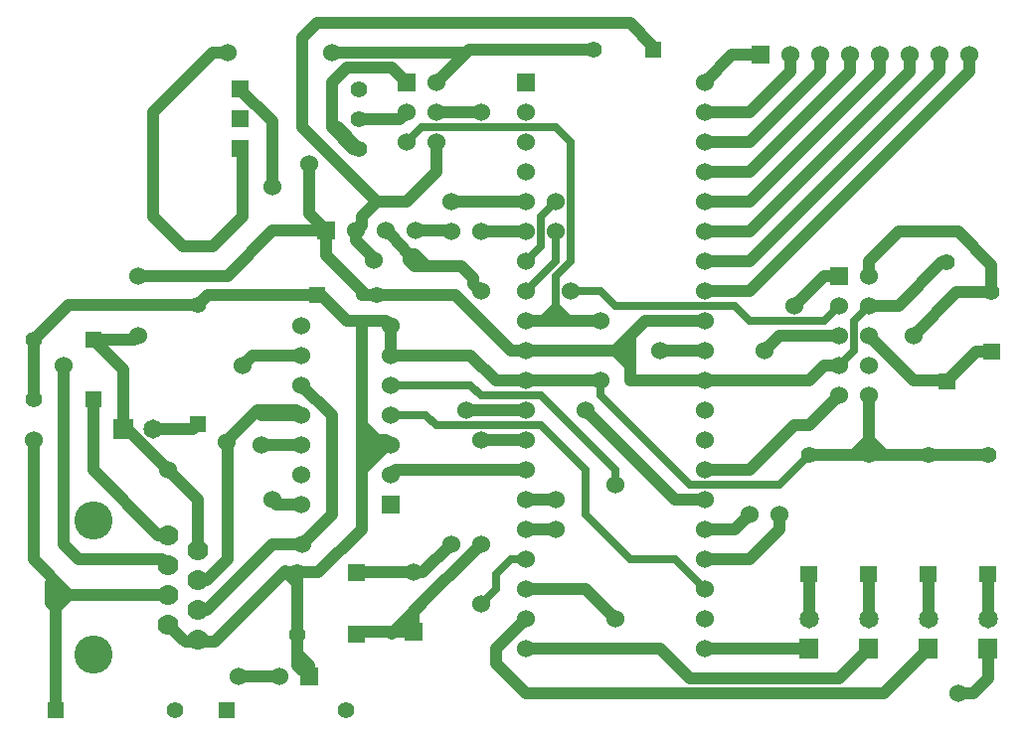
<source format=gbr>
G04 start of page 3 for group 1 idx 1 *
G04 Title: (unknown), solder *
G04 Creator: pcb 20110918 *
G04 CreationDate: Sat 31 Dec 2011 12:16:43 AM GMT UTC *
G04 For: andy *
G04 Format: Gerber/RS-274X *
G04 PCB-Dimensions: 346457 244094 *
G04 PCB-Coordinate-Origin: lower left *
%MOIN*%
%FSLAX25Y25*%
%LNBOTTOM*%
%ADD161C,0.0430*%
%ADD160C,0.0280*%
%ADD159C,0.0380*%
%ADD158C,0.0300*%
%ADD157C,0.0350*%
%ADD156C,0.0650*%
%ADD155C,0.1280*%
%ADD154C,0.0700*%
%ADD153C,0.0600*%
%ADD152C,0.0550*%
%ADD151C,0.0001*%
%ADD150C,0.0250*%
%ADD149C,0.0400*%
G54D149*X330000Y19094D02*X325000Y14094D01*
X320000D01*
X330000Y29094D02*Y19094D01*
X310000Y29094D02*X295000Y14094D01*
X175000D01*
X165000Y24094D01*
X250000Y59094D02*X260000Y69094D01*
X235000Y59094D02*X250000D01*
X235000Y29094D02*X270000D01*
Y54094D02*Y39094D01*
X230000Y19094D02*X280000D01*
X290000Y29094D01*
G54D150*X225000Y59094D02*X235000Y49094D01*
G54D149*Y69094D02*X245000D01*
G54D150*X195000Y74094D02*X210000Y59094D01*
X225000D01*
G54D149*X290000Y54094D02*Y39094D01*
X310000Y54094D02*Y39094D01*
X330000Y54094D02*Y39094D01*
G54D150*X165000Y54094D02*X170000Y59094D01*
X175000D01*
G54D149*X185000Y69094D02*X175000D01*
X245000D02*X250000Y74094D01*
X235000Y149094D02*X250000D01*
X260000Y69094D02*Y74094D01*
Y134094D02*X255000Y129094D01*
X235000Y89094D02*X250000D01*
G54D150*Y139094D02*X245000Y144094D01*
G54D149*X250000Y89094D02*X265000Y104094D01*
G54D150*X260000Y84094D02*X270000Y94094D01*
X230000Y84094D02*X260000D01*
G54D149*X235000Y139094D02*X215000D01*
X175000D02*X200000D01*
G54D150*X275000D02*X250000D01*
X245000Y144094D02*X205000D01*
X180000Y139094D02*X185000Y144094D01*
X190000Y139094D01*
G54D149*X225000Y79094D02*X235000D01*
G54D150*X180000Y114094D02*X205000Y89094D01*
Y84094D01*
X195000Y89094D02*Y74094D01*
G54D149*X319646Y148740D02*X305000Y134094D01*
X300000Y144094D02*X290000D01*
X331299Y148740D02*X319646D01*
X280000Y134094D02*X260000D01*
G54D150*X285000Y139094D02*X290000Y144094D01*
X280000D02*X275000Y139094D01*
G54D149*X331299Y128740D02*X326299D01*
X316299Y118740D01*
X305000Y119094D02*X315945D01*
X316299Y118740D01*
X270000Y94094D02*X330000D01*
X295000D02*X290000Y99094D01*
X285000Y94094D01*
X290000Y134094D02*X305000Y119094D01*
X280000Y124094D02*X275000D01*
X270000Y119094D01*
G54D150*X280000Y124094D02*X285000Y129094D01*
Y139094D01*
G54D149*X205000Y39094D02*X195000Y49094D01*
X175000Y29094D02*X220000D01*
X230000Y19094D01*
X175000Y49094D02*X195000D01*
X165000Y29094D02*X175000Y39094D01*
X165000Y24094D02*Y29094D01*
G54D150*Y49094D02*Y54094D01*
G54D149*X270000Y119094D02*X210000D01*
X165000D02*X200000D01*
X210000Y134094D02*Y119094D01*
X215000Y139094D02*X205000Y129094D01*
X210000Y124094D02*X205000Y129094D01*
G54D150*Y144094D02*X200000Y149094D01*
X190000D01*
X200000Y114094D02*Y119094D01*
G54D149*X170000Y129094D02*X210000D01*
X235000D02*X220000D01*
X185000Y79094D02*X175000D01*
G54D150*X230000Y84094D02*X200000Y114094D01*
X180000Y104094D02*X195000Y89094D01*
G54D149*Y109094D02*X225000Y79094D01*
X99842Y77519D02*X91575D01*
X100000Y64094D02*X110000Y74094D01*
X90000Y64094D02*X100000D01*
X105551Y54645D02*X94015D01*
X68149Y42243D02*X90000Y64094D01*
X68149Y52243D02*X75000Y59094D01*
X65118Y52243D02*X68149D01*
X110000Y74094D02*Y107361D01*
X99842Y97519D02*X86575D01*
Y107519D02*X85000Y109094D01*
X110000Y107361D02*X99842Y117519D01*
X85000Y109094D02*X98267D01*
X99842Y107519D01*
X86575D01*
X131417Y89094D02*X129842Y87519D01*
X128425Y97519D02*X120000Y89094D01*
X125000Y99094D02*X128267D01*
X129842Y97519D01*
X128425D01*
X120000Y99094D02*X125000Y94094D01*
X120000Y104094D02*X125000Y99094D01*
X120000Y104094D02*Y99094D01*
Y139094D02*Y69094D01*
X105551Y54645D01*
X118346D02*X140551D01*
X150000Y64094D01*
X137636Y34645D02*Y41730D01*
X160000Y64094D01*
X137636Y34645D02*X119094D01*
X118346Y33897D01*
X130000Y34094D02*X140000Y44094D01*
G54D150*X160000D02*X165000Y49094D01*
G54D149*X99842Y127519D02*X83425D01*
X80000Y124094D01*
X129842Y127519D02*Y137519D01*
X106339Y147755D02*X68424D01*
X65117Y144448D01*
X120079Y147637D02*X120197Y147755D01*
G54D150*X129842Y107519D02*X141575D01*
X156575Y117519D02*X160000Y114094D01*
X141575Y107519D02*X145000Y104094D01*
X129842Y117519D02*X156575D01*
G54D149*X160000Y149094D02*X157480Y151614D01*
Y153543D01*
X151339Y147755D02*X120197D01*
X65118Y42243D02*X68149D01*
X65118Y32243D02*X65865Y31496D01*
X70866D01*
X94015Y54645D01*
X98346D02*Y33050D01*
X94488Y55118D02*X98425Y51181D01*
X65118Y32243D02*X64371Y31496D01*
X61024D01*
X102362Y23622D02*X98425Y27559D01*
Y23622D02*X102362Y19685D01*
X78740D02*X92362D01*
X98346Y33897D02*Y24854D01*
X102362Y19685D02*Y23068D01*
X253780Y228346D02*X244252D01*
X235000Y219094D01*
X250000Y209094D02*X235000D01*
Y199094D02*X250000D01*
X235000Y189094D02*X250000D01*
X235000Y179094D02*X250000D01*
X263780Y228346D02*Y222874D01*
X250000Y209094D01*
Y199094D02*X273780Y222874D01*
X250000Y189094D02*X283780Y222874D01*
X273780D02*Y228346D01*
X283780Y222874D02*Y228346D01*
X293780D02*Y222874D01*
X303780Y228346D02*Y222874D01*
X313780Y228346D02*Y222874D01*
X323780Y228346D02*Y222874D01*
X250000Y179094D02*X293780Y222874D01*
X250000Y149094D02*X323780Y222874D01*
X250000Y159094D02*X313780Y222874D01*
X250000Y169094D02*X303780Y222874D01*
X275000Y154094D02*X265000Y144094D01*
X235000Y169094D02*X250000D01*
X235000Y159094D02*X250000D01*
X316299Y158740D02*X314646D01*
X300000Y144094D01*
X290000Y154094D02*Y159094D01*
X331299Y157795D02*X320000Y169094D01*
X331299Y148740D02*Y157795D01*
X290000Y159094D02*X300000Y169094D01*
X320000D01*
X280000Y154094D02*X275000D01*
X110000Y219094D02*Y204094D01*
X108110Y169291D02*Y160984D01*
X121339Y147755D02*X108110Y160984D01*
X106339Y147755D02*X115000Y139094D01*
X128267D01*
X129842Y137519D01*
X100000Y234094D02*X105000Y239094D01*
X100000Y204094D02*X125000Y179094D01*
X102440Y191654D02*Y174961D01*
X108110Y169291D01*
X90197D01*
X100000Y204094D02*Y234094D01*
X135669Y159606D02*Y161416D01*
X117205Y196889D02*X110000Y204094D01*
X119252Y196889D02*X117205D01*
X119252Y206889D02*X132795D01*
X112047Y204094D02*X119252Y196889D01*
X110000Y204094D02*X112047D01*
X135000Y219094D02*X130000Y224094D01*
X115000D01*
X110000Y219094D01*
X132795Y206889D02*X135000Y209094D01*
X145000D02*X160000D01*
X70000Y229094D02*X50000Y209094D01*
X75000Y229094D02*X70000D01*
X90000Y184094D02*Y206141D01*
X80000Y174094D02*Y196141D01*
G54D150*X79252Y196889D01*
G54D149*X90000Y206141D02*X79252Y216889D01*
X90197Y169291D02*X75000Y154094D01*
X60000Y164094D02*X70000D01*
X80000Y174094D01*
X50000D02*Y209094D01*
X60000Y164094D02*X50000Y174094D01*
X43661Y132755D02*X45000Y134094D01*
X40236Y122755D02*X30236Y132755D01*
X30000Y112519D02*X30236Y112755D01*
X40236Y102755D02*Y122755D01*
X30236Y132755D02*X43661D01*
X65117Y144448D02*X21929D01*
X75000Y154094D02*X45000D01*
X21929Y144448D02*X10236Y132755D01*
Y112755D01*
X50236Y102755D02*X63424D01*
X65117Y104448D01*
X40236Y102755D02*X41339D01*
X75000Y99094D02*X85000Y109094D01*
X60118Y32243D02*X55118Y37243D01*
X65000Y79094D02*Y62361D01*
X65118Y62243D01*
X55118Y67243D02*X51851D01*
X53267Y59094D02*X55118Y57243D01*
X41339Y102755D02*X65000Y79094D01*
X51851Y67243D02*X30000Y89094D01*
Y112519D01*
X75000Y59094D02*Y99094D01*
X20000Y124094D02*Y64094D01*
X17441Y8432D02*Y42833D01*
X10000Y59094D02*Y99094D01*
X25000Y59094D02*X53267D01*
X55118Y47243D02*X21851D01*
X20000Y64094D02*X25000Y59094D01*
X21851Y47243D02*X10000Y59094D01*
X17441Y42833D02*X21851Y47243D01*
X17441Y42833D02*X15748Y44526D01*
Y51181D01*
X19685Y47244D01*
X290000Y94094D02*Y114094D01*
X270000Y104094D02*X280000Y114094D01*
X265000Y104094D02*X270000D01*
X170000Y129094D02*X151339Y147755D01*
X165000Y119094D02*X156575Y127519D01*
X129842D01*
G54D150*X185000Y154094D02*Y139094D01*
G54D149*X175000Y109094D02*X155000D01*
X175000Y99094D02*X160000D01*
X175000Y89094D02*X131417D01*
G54D150*X145000Y104094D02*X180000D01*
X160000Y114094D02*X180000D01*
G54D149*X175000Y179094D02*X150000D01*
X135000D02*X145000Y189094D01*
X138110Y169291D02*X149803D01*
X150000Y169094D01*
X160000D02*X175000D01*
G54D150*Y159094D02*X180000Y164094D01*
X175000Y149094D02*X185000Y159094D01*
X190000Y199094D02*Y159094D01*
X185000Y154094D01*
Y159094D02*Y169094D01*
X180000Y164094D02*Y174094D01*
X185000Y179094D01*
G54D149*X145000Y219094D02*X156063Y230157D01*
X145000Y189094D02*Y199094D01*
X156063Y230157D02*X197874D01*
X217874D02*Y231220D01*
X210000Y239094D01*
X105000D01*
X155000Y229094D02*X110000D01*
G54D150*X135000Y199094D02*X140000Y204094D01*
X185000D01*
X190000Y199094D01*
G54D149*X125000Y179094D02*X135000D01*
X135669Y161416D02*X130078Y167952D01*
X120000Y171181D02*X118110Y169291D01*
X125000Y179094D02*X120000Y174094D01*
Y171181D01*
X118110Y169291D02*Y165984D01*
X125000Y159094D01*
X157480Y153543D02*X153543Y157480D01*
X137795D01*
X141732D02*X137796Y161416D01*
X135669D01*
X137795Y157480D02*X135669Y159606D01*
G54D151*G36*
X215124Y232907D02*Y227407D01*
X220624D01*
Y232907D01*
X215124D01*
G37*
G54D152*X197874Y230157D03*
G54D153*X145000Y219094D03*
G54D151*G36*
X172000Y222094D02*Y216094D01*
X178000D01*
Y222094D01*
X172000D01*
G37*
G54D153*X145000Y209094D03*
Y199094D03*
X175000Y209094D03*
Y199094D03*
Y189094D03*
Y179094D03*
Y169094D03*
G54D154*X55118Y67243D03*
X65118Y62243D03*
X55118Y57243D03*
X65118Y52243D03*
X55118Y47243D03*
X65118Y42243D03*
X55118Y37243D03*
X65118Y32243D03*
G54D151*G36*
X99362Y22685D02*Y16685D01*
X105362D01*
Y22685D01*
X99362D01*
G37*
G54D153*X92362Y19685D03*
G54D151*G36*
X72053Y11261D02*Y5761D01*
X77553D01*
Y11261D01*
X72053D01*
G37*
G54D152*X114803Y8511D03*
G54D155*X30118Y27243D03*
G54D151*G36*
X14691Y11182D02*Y5682D01*
X20191D01*
Y11182D01*
X14691D01*
G37*
G54D152*X57441Y8432D03*
G54D151*G36*
X76502Y199639D02*Y194139D01*
X82002D01*
Y199639D01*
X76502D01*
G37*
G54D152*X119252Y196889D03*
G54D151*G36*
X76502Y209639D02*Y204139D01*
X82002D01*
Y209639D01*
X76502D01*
G37*
G54D152*X119252Y206889D03*
G54D151*G36*
X76502Y219639D02*Y214139D01*
X82002D01*
Y219639D01*
X76502D01*
G37*
G54D152*X119252Y216889D03*
G54D151*G36*
X132000Y222094D02*Y216094D01*
X138000D01*
Y222094D01*
X132000D01*
G37*
G54D153*X135000Y209094D03*
Y199094D03*
G54D151*G36*
X105267Y172291D02*Y166291D01*
X111267D01*
Y172291D01*
X105267D01*
G37*
G54D153*X118267Y169291D03*
X128267D03*
X138267D03*
G54D155*X30118Y72243D03*
G54D151*G36*
X27486Y135505D02*Y130005D01*
X32986D01*
Y135505D01*
X27486D01*
G37*
G54D152*X10236Y132755D03*
G54D151*G36*
X27486Y115505D02*Y110005D01*
X32986D01*
Y115505D01*
X27486D01*
G37*
G54D152*X10236Y112755D03*
G54D151*G36*
X36986Y106005D02*Y99505D01*
X43486D01*
Y106005D01*
X36986D01*
G37*
G54D156*X50236Y102755D03*
G54D151*G36*
X62367Y107198D02*Y101698D01*
X67867D01*
Y107198D01*
X62367D01*
G37*
G54D152*X65117Y144448D03*
G54D151*G36*
X266750Y32344D02*Y25844D01*
X273250D01*
Y32344D01*
X266750D01*
G37*
G54D156*X270000Y39094D03*
G54D151*G36*
X267250Y56844D02*Y51344D01*
X272750D01*
Y56844D01*
X267250D01*
G37*
G36*
X286750Y32344D02*Y25844D01*
X293250D01*
Y32344D01*
X286750D01*
G37*
G36*
X326750D02*Y25844D01*
X333250D01*
Y32344D01*
X326750D01*
G37*
G36*
X306750D02*Y25844D01*
X313250D01*
Y32344D01*
X306750D01*
G37*
G54D156*X290000Y39094D03*
G54D151*G36*
X287250Y56844D02*Y51344D01*
X292750D01*
Y56844D01*
X287250D01*
G37*
G36*
X327250D02*Y51344D01*
X332750D01*
Y56844D01*
X327250D01*
G37*
G36*
X307250D02*Y51344D01*
X312750D01*
Y56844D01*
X307250D01*
G37*
G54D156*X330000Y39094D03*
X310000D03*
G54D152*X330000Y94094D03*
X310000D03*
X290000D03*
X270000D03*
G54D151*G36*
X277000Y157094D02*Y151094D01*
X283000D01*
Y157094D01*
X277000D01*
G37*
G54D153*X290000Y154094D03*
X280000Y144094D03*
X290000D03*
X280000Y134094D03*
X290000D03*
X280000Y124094D03*
X290000D03*
X280000Y114094D03*
X290000D03*
G54D151*G36*
X313549Y121490D02*Y115990D01*
X319049D01*
Y121490D01*
X313549D01*
G37*
G36*
X328549Y131490D02*Y125990D01*
X334049D01*
Y131490D01*
X328549D01*
G37*
G54D152*X331299Y148740D03*
X316299Y158740D03*
G54D151*G36*
X134636Y37645D02*Y31645D01*
X140636D01*
Y37645D01*
X134636D01*
G37*
G54D153*X137636Y54645D03*
G54D151*G36*
X115596Y36647D02*Y31147D01*
X121096D01*
Y36647D01*
X115596D01*
G37*
G36*
Y57395D02*Y51895D01*
X121096D01*
Y57395D01*
X115596D01*
G37*
G54D152*X98346Y33897D03*
Y54645D03*
G54D153*X99842Y77519D03*
G54D151*G36*
X126842Y80519D02*Y74519D01*
X132842D01*
Y80519D01*
X126842D01*
G37*
G54D153*X129842Y87519D03*
Y97519D03*
Y107519D03*
X99842D03*
Y97519D03*
Y87519D03*
X129842Y117519D03*
X99842D03*
X129842Y127519D03*
Y137519D03*
X99842D03*
Y127519D03*
G54D151*G36*
X102486Y150505D02*Y145005D01*
X107986D01*
Y150505D01*
X102486D01*
G37*
G54D152*X125236Y147755D03*
G54D153*X175000Y159094D03*
Y149094D03*
Y139094D03*
Y129094D03*
Y119094D03*
Y109094D03*
Y99094D03*
Y89094D03*
Y79094D03*
Y69094D03*
Y59094D03*
Y49094D03*
Y39094D03*
Y29094D03*
X235000D03*
Y39094D03*
Y49094D03*
Y59094D03*
Y69094D03*
Y79094D03*
Y89094D03*
Y99094D03*
Y109094D03*
Y119094D03*
Y129094D03*
Y139094D03*
Y149094D03*
Y159094D03*
Y169094D03*
Y179094D03*
Y189094D03*
Y199094D03*
Y209094D03*
Y219094D03*
G54D151*G36*
X250780Y231346D02*Y225346D01*
X256780D01*
Y231346D01*
X250780D01*
G37*
G54D153*X263780Y228346D03*
X273780D03*
X283780D03*
X293780D03*
X303780D03*
X313780D03*
X323780D03*
X205000Y39094D03*
X150000Y64094D03*
X160000D03*
Y44094D03*
X250000Y74094D03*
X205000Y84094D03*
X185000Y79094D03*
X90000D03*
X55000Y89094D03*
X10000Y99094D03*
X86575Y97519D03*
X74803Y98425D03*
X185000Y69094D03*
X78740Y19685D03*
X100000Y64094D03*
X320000Y14094D03*
X305000Y134094D03*
X260000Y74094D03*
X255000Y129094D03*
X80000Y124094D03*
X20000D03*
X220000Y129094D03*
X110000Y229094D03*
X102440Y191654D03*
X75000Y229094D03*
X90000Y184094D03*
X124016Y159448D03*
X45000Y134094D03*
Y154094D03*
X185000Y169094D03*
Y179094D03*
X265000Y144094D03*
X160000Y99094D03*
X155000Y109094D03*
X160000Y209094D03*
X200000Y139094D03*
Y119094D03*
X195000Y109094D03*
X150000Y179094D03*
X160000Y149094D03*
X150000Y169094D03*
X160000D03*
X190000Y149094D03*
G54D157*G54D158*G54D159*G54D160*G54D159*G54D160*G54D158*G54D159*G54D158*G54D155*G54D158*G54D159*G54D155*G54D158*G54D161*G54D158*G54D161*G54D158*G54D161*G54D158*G54D161*G54D158*G54D159*G54D158*G54D160*G54D158*G54D160*G54D158*G54D160*G54D159*M02*

</source>
